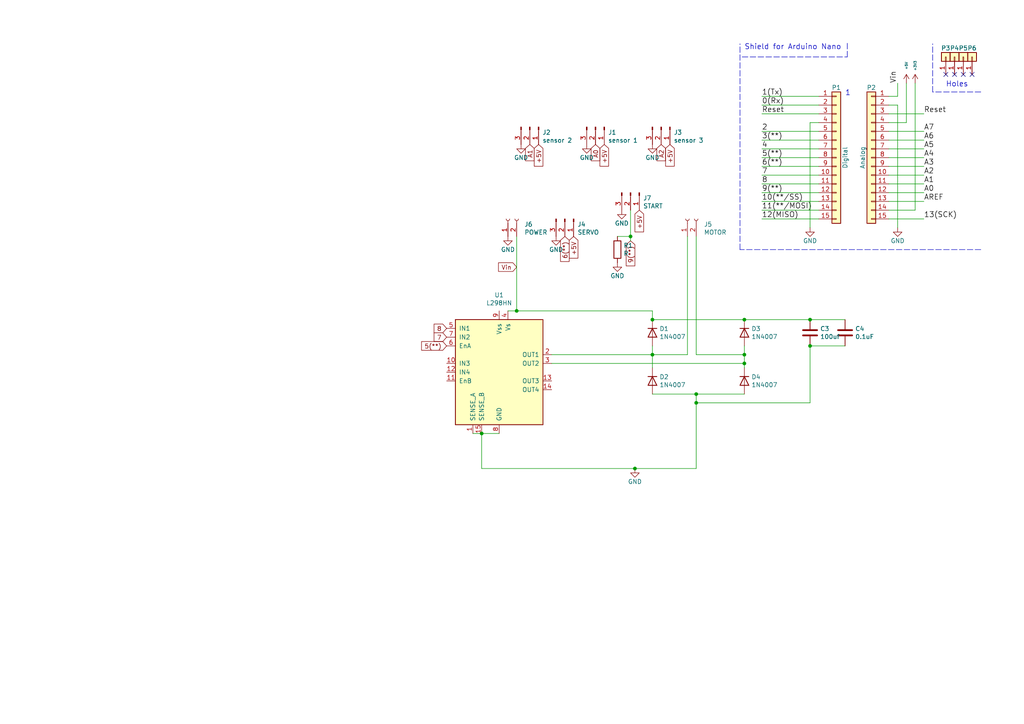
<source format=kicad_sch>
(kicad_sch (version 20211123) (generator eeschema)
  (paper "A4")
  (title_block (date "jeu. 02 avril 2015"))
  (lib_symbols
    (symbol "Connector:Conn_01x02_Female" (pin_names (offset 1.016) hide)
      (property "Reference" "J" (at 0 2.54 0))
      (property "Value" "Conn_01x02_Female" (at 0 -5.08 0))
      (symbol "Conn_01x02_Female_1_1"
        (arc (start 0 -2.032) (mid -0.508 -2.54) (end 0 -3.048) (stroke (width 0.1524)))
        (polyline (pts (xy -1.27 -2.54) (xy -0.508 -2.54)) (stroke (width 0.1524)))
        (polyline (pts (xy -1.27 0) (xy -0.508 0)) (stroke (width 0.1524)))
        (arc (start 0 0.508) (mid -0.508 0) (end 0 -0.508) (stroke (width 0.1524)))
        (pin passive line (at -5.08 0 0) (length 3.81) (name "Pin_1") (number "1"))
        (pin passive line (at -5.08 -2.54 0) (length 3.81) (name "Pin_2") (number "2"))
      )
    )
    (symbol "Connector:Conn_01x03_Male" (pin_names (offset 1.016) hide)
      (property "Reference" "J" (at 0 5.08 0))
      (property "Value" "Conn_01x03_Male" (at 0 -5.08 0))
      (symbol "Conn_01x03_Male_1_1"
        (polyline (pts (xy 1.27 -2.54) (xy 0.8636 -2.54)) (stroke (width 0.1524)))
        (polyline (pts (xy 1.27 0) (xy 0.8636 0)) (stroke (width 0.1524)))
        (polyline (pts (xy 1.27 2.54) (xy 0.8636 2.54)) (stroke (width 0.1524)))
        (rectangle (start 0.8636 -2.413) (end 0 -2.667) (stroke (width 0.1524)) (fill (type outline)))
        (rectangle (start 0.8636 0.127) (end 0 -0.127) (stroke (width 0.1524)) (fill (type outline)))
        (rectangle (start 0.8636 2.667) (end 0 2.413) (stroke (width 0.1524)) (fill (type outline)))
        (pin passive line (at 5.08 2.54 180) (length 3.81) (name "Pin_1") (number "1"))
        (pin passive line (at 5.08 0 180) (length 3.81) (name "Pin_2") (number "2"))
        (pin passive line (at 5.08 -2.54 180) (length 3.81) (name "Pin_3") (number "3"))
      )
    )
    (symbol "Connector_Generic:Conn_01x01" (pin_names (offset 1.016) hide)
      (property "Reference" "J" (at 0 2.54 0))
      (property "Value" "Conn_01x01" (at 0 -2.54 0))
      (symbol "Conn_01x01_1_1"
        (rectangle (start -1.27 0.127) (end 0 -0.127) (stroke (width 0.1524)))
        (rectangle (start -1.27 1.27) (end 1.27 -1.27) (stroke (width 0.254)) (fill (type background)))
        (pin passive line (at -5.08 0 0) (length 3.81) (name "Pin_1") (number "1"))
      )
    )
    (symbol "Connector_Generic:Conn_01x15" (pin_names (offset 1.016) hide)
      (property "Reference" "J" (at 0 20.32 0))
      (property "Value" "Conn_01x15" (at 0 -20.32 0))
      (symbol "Conn_01x15_1_1"
        (rectangle (start -1.27 -17.653) (end 0 -17.907) (stroke (width 0.1524)))
        (rectangle (start -1.27 -15.113) (end 0 -15.367) (stroke (width 0.1524)))
        (rectangle (start -1.27 -12.573) (end 0 -12.827) (stroke (width 0.1524)))
        (rectangle (start -1.27 -10.033) (end 0 -10.287) (stroke (width 0.1524)))
        (rectangle (start -1.27 -7.493) (end 0 -7.747) (stroke (width 0.1524)))
        (rectangle (start -1.27 -4.953) (end 0 -5.207) (stroke (width 0.1524)))
        (rectangle (start -1.27 -2.413) (end 0 -2.667) (stroke (width 0.1524)))
        (rectangle (start -1.27 0.127) (end 0 -0.127) (stroke (width 0.1524)))
        (rectangle (start -1.27 2.667) (end 0 2.413) (stroke (width 0.1524)))
        (rectangle (start -1.27 5.207) (end 0 4.953) (stroke (width 0.1524)))
        (rectangle (start -1.27 7.747) (end 0 7.493) (stroke (width 0.1524)))
        (rectangle (start -1.27 10.287) (end 0 10.033) (stroke (width 0.1524)))
        (rectangle (start -1.27 12.827) (end 0 12.573) (stroke (width 0.1524)))
        (rectangle (start -1.27 15.367) (end 0 15.113) (stroke (width 0.1524)))
        (rectangle (start -1.27 17.907) (end 0 17.653) (stroke (width 0.1524)))
        (rectangle (start -1.27 19.05) (end 1.27 -19.05) (stroke (width 0.254)) (fill (type background)))
        (pin passive line (at -5.08 17.78 0) (length 3.81) (name "Pin_1") (number "1"))
        (pin passive line (at -5.08 -5.08 0) (length 3.81) (name "Pin_10") (number "10"))
        (pin passive line (at -5.08 -7.62 0) (length 3.81) (name "Pin_11") (number "11"))
        (pin passive line (at -5.08 -10.16 0) (length 3.81) (name "Pin_12") (number "12"))
        (pin passive line (at -5.08 -12.7 0) (length 3.81) (name "Pin_13") (number "13"))
        (pin passive line (at -5.08 -15.24 0) (length 3.81) (name "Pin_14") (number "14"))
        (pin passive line (at -5.08 -17.78 0) (length 3.81) (name "Pin_15") (number "15"))
        (pin passive line (at -5.08 15.24 0) (length 3.81) (name "Pin_2") (number "2"))
        (pin passive line (at -5.08 12.7 0) (length 3.81) (name "Pin_3") (number "3"))
        (pin passive line (at -5.08 10.16 0) (length 3.81) (name "Pin_4") (number "4"))
        (pin passive line (at -5.08 7.62 0) (length 3.81) (name "Pin_5") (number "5"))
        (pin passive line (at -5.08 5.08 0) (length 3.81) (name "Pin_6") (number "6"))
        (pin passive line (at -5.08 2.54 0) (length 3.81) (name "Pin_7") (number "7"))
        (pin passive line (at -5.08 0 0) (length 3.81) (name "Pin_8") (number "8"))
        (pin passive line (at -5.08 -2.54 0) (length 3.81) (name "Pin_9") (number "9"))
      )
    )
    (symbol "Device:C" (pin_numbers hide) (pin_names (offset 0.254))
      (property "Reference" "C" (at 0.635 2.54 0))
      (property "Value" "C" (at 0.635 -2.54 0))
      (symbol "C_0_1"
        (polyline (pts (xy -2.032 -0.762) (xy 2.032 -0.762)) (stroke (width 0.508)))
        (polyline (pts (xy -2.032 0.762) (xy 2.032 0.762)) (stroke (width 0.508)))
      )
      (symbol "C_1_1"
        (pin passive line (at 0 3.81 270) (length 2.794) (name "~") (number "1"))
        (pin passive line (at 0 -3.81 90) (length 2.794) (name "~") (number "2"))
      )
    )
    (symbol "Device:R" (pin_numbers hide) (pin_names (offset 0))
      (property "Reference" "R" (at 2.032 0 90))
      (property "Value" "R" (at 0 0 90))
      (symbol "R_0_1"
        (rectangle (start -1.016 -2.54) (end 1.016 2.54) (stroke (width 0.254)))
      )
      (symbol "R_1_1"
        (pin passive line (at 0 3.81 270) (length 1.27) (name "~") (number "1"))
        (pin passive line (at 0 -3.81 90) (length 1.27) (name "~") (number "2"))
      )
    )
    (symbol "Diode:1N4007" (pin_numbers hide) (pin_names (offset 1.016) hide)
      (property "Reference" "D" (at 0 2.54 0))
      (property "Value" "1N4007" (at 0 -2.54 0))
      (symbol "1N4007_0_1"
        (polyline (pts (xy -1.27 1.27) (xy -1.27 -1.27)) (stroke (width 0.254)))
        (polyline (pts (xy 1.27 0) (xy -1.27 0)))
        (polyline (pts (xy 1.27 1.27) (xy 1.27 -1.27) (xy -1.27 0) (xy 1.27 1.27)) (stroke (width 0.254)))
      )
      (symbol "1N4007_1_1"
        (pin passive line (at -3.81 0 0) (length 2.54) (name "K") (number "1"))
        (pin passive line (at 3.81 0 180) (length 2.54) (name "A") (number "2"))
      )
    )
    (symbol "Driver_Motor:L298HN" (pin_names (offset 1.016))
      (property "Reference" "U" (at -10.16 16.51 0))
      (property "Value" "L298HN" (at 12.7 16.51 0))
      (symbol "L298HN_0_1"
        (rectangle (start -12.7 15.24) (end 12.7 -15.24) (stroke (width 0.254)) (fill (type background)))
      )
      (symbol "L298HN_1_1"
        (pin power_in line (at -7.62 -17.78 90) (length 2.54) (name "SENSE_A") (number "1"))
        (pin input line (at -15.24 2.54 0) (length 2.54) (name "IN3") (number "10"))
        (pin input line (at -15.24 -2.54 0) (length 2.54) (name "EnB") (number "11"))
        (pin input line (at -15.24 0 0) (length 2.54) (name "IN4") (number "12"))
        (pin output line (at 15.24 -2.54 180) (length 2.54) (name "OUT3") (number "13"))
        (pin output line (at 15.24 -5.08 180) (length 2.54) (name "OUT4") (number "14"))
        (pin power_in line (at -5.08 -17.78 90) (length 2.54) (name "SENSE_B") (number "15"))
        (pin output line (at 15.24 5.08 180) (length 2.54) (name "OUT1") (number "2"))
        (pin output line (at 15.24 2.54 180) (length 2.54) (name "OUT2") (number "3"))
        (pin power_in line (at 2.54 17.78 270) (length 2.54) (name "Vs") (number "4"))
        (pin input line (at -15.24 12.7 0) (length 2.54) (name "IN1") (number "5"))
        (pin input line (at -15.24 7.62 0) (length 2.54) (name "EnA") (number "6"))
        (pin input line (at -15.24 10.16 0) (length 2.54) (name "IN2") (number "7"))
        (pin power_in line (at 0 -17.78 90) (length 2.54) (name "GND") (number "8"))
        (pin power_in line (at 0 17.78 270) (length 2.54) (name "Vss") (number "9"))
      )
    )
    (symbol "power:+3V3" (power) (pin_names (offset 0))
      (property "Value" "+3V3" (at 0 3.556 0))
      (symbol "+3V3_0_1"
        (polyline (pts (xy -0.762 1.27) (xy 0 2.54)))
        (polyline (pts (xy 0 0) (xy 0 2.54)))
        (polyline (pts (xy 0 2.54) (xy 0.762 1.27)))
      )
      (symbol "+3V3_1_1"
        (pin power_in line (at 0 0 90) (length 0) hide (name "+3V3") (number "1"))
      )
    )
    (symbol "power:+5V" (power) (pin_names (offset 0))
      (property "Value" "+5V" (at 0 3.556 0))
      (symbol "+5V_0_1"
        (polyline (pts (xy -0.762 1.27) (xy 0 2.54)))
        (polyline (pts (xy 0 0) (xy 0 2.54)))
        (polyline (pts (xy 0 2.54) (xy 0.762 1.27)))
      )
      (symbol "+5V_1_1"
        (pin power_in line (at 0 0 90) (length 0) hide (name "+5V") (number "1"))
      )
    )
    (symbol "power:GND" (power) (pin_names (offset 0))
      (property "Value" "GND" (at 0 -3.81 0))
      (symbol "GND_0_1"
        (polyline (pts (xy 0 0) (xy 0 -1.27) (xy 1.27 -1.27) (xy 0 -2.54) (xy -1.27 -1.27) (xy 0 -1.27)))
      )
      (symbol "GND_1_1"
        (pin power_in line (at 0 0 270) (length 0) hide (name "GND") (number "1"))
      )
    )
  )
  (junction (at 215.9 102.87))
  (junction (at 215.9 92.71))
  (junction (at 139.7 125.73))
  (junction (at 234.95 92.71))
  (junction (at 189.23 92.71))
  (junction (at 182.88 68.58))
  (junction (at 215.9 105.41))
  (junction (at 184.15 135.89))
  (junction (at 189.23 102.87))
  (junction (at 149.86 90.17))
  (junction (at 201.93 114.3))
  (junction (at 234.95 100.33))
  (junction (at 201.93 116.84))
  (no_connect (at 276.86 21.59))
  (no_connect (at 279.4 21.59))
  (no_connect (at 274.32 21.59))
  (no_connect (at 281.94 21.59))
  (wire (pts (xy 220.98 48.26) (xy 237.49 48.26)))
  (wire (pts (xy 220.98 30.48) (xy 237.49 30.48)))
  (wire (pts (xy 237.49 35.56) (xy 234.95 35.56)))
  (wire (pts (xy 257.81 27.94) (xy 260.35 27.94)))
  (wire (pts (xy 267.97 55.88) (xy 257.81 55.88)))
  (wire (pts (xy 199.39 68.58) (xy 199.39 102.87)))
  (wire (pts (xy 237.49 45.72) (xy 220.98 45.72)))
  (wire (pts (xy 215.9 102.87) (xy 215.9 105.41)))
  (wire (pts (xy 257.81 53.34) (xy 267.97 53.34)))
  (wire (pts (xy 182.88 60.96) (xy 182.88 68.58)))
  (wire (pts (xy 237.49 27.94) (xy 220.98 27.94)))
  (wire (pts (xy 245.11 100.33) (xy 234.95 100.33)))
  (wire (pts (xy 215.9 92.71) (xy 234.95 92.71)))
  (wire (pts (xy 215.9 100.33) (xy 215.9 102.87)))
  (wire (pts (xy 260.35 27.94) (xy 260.35 24.13)))
  (polyline (pts (xy 270.51 26.67) (xy 270.51 12.7)))
  (wire (pts (xy 262.89 24.13) (xy 262.89 35.56)))
  (wire (pts (xy 234.95 92.71) (xy 245.11 92.71)))
  (wire (pts (xy 265.43 60.96) (xy 257.81 60.96)))
  (wire (pts (xy 234.95 35.56) (xy 234.95 66.04)))
  (wire (pts (xy 237.49 33.02) (xy 220.98 33.02)))
  (wire (pts (xy 215.9 92.71) (xy 189.23 92.71)))
  (wire (pts (xy 237.49 60.96) (xy 220.98 60.96)))
  (wire (pts (xy 189.23 100.33) (xy 189.23 102.87)))
  (wire (pts (xy 220.98 38.1) (xy 237.49 38.1)))
  (wire (pts (xy 260.35 30.48) (xy 257.81 30.48)))
  (wire (pts (xy 215.9 105.41) (xy 215.9 106.68)))
  (wire (pts (xy 182.88 68.58) (xy 182.88 69.85)))
  (polyline (pts (xy 245.745 16.51) (xy 245.745 12.065)))
  (wire (pts (xy 201.93 68.58) (xy 201.93 102.87)))
  (wire (pts (xy 189.23 106.68) (xy 189.23 102.87)))
  (wire (pts (xy 265.43 24.13) (xy 265.43 60.96)))
  (wire (pts (xy 139.7 125.73) (xy 144.78 125.73)))
  (polyline (pts (xy 215.265 16.51) (xy 245.745 16.51)))
  (wire (pts (xy 189.23 114.3) (xy 201.93 114.3)))
  (wire (pts (xy 184.15 135.89) (xy 139.7 135.89)))
  (polyline (pts (xy 284.48 26.67) (xy 270.51 26.67)))
  (wire (pts (xy 189.23 102.87) (xy 199.39 102.87)))
  (wire (pts (xy 220.98 53.34) (xy 237.49 53.34)))
  (wire (pts (xy 220.98 58.42) (xy 237.49 58.42)))
  (wire (pts (xy 179.07 68.58) (xy 182.88 68.58)))
  (wire (pts (xy 262.89 35.56) (xy 257.81 35.56)))
  (wire (pts (xy 160.02 105.41) (xy 215.9 105.41)))
  (wire (pts (xy 257.81 45.72) (xy 267.97 45.72)))
  (wire (pts (xy 220.98 63.5) (xy 237.49 63.5)))
  (wire (pts (xy 257.81 38.1) (xy 267.97 38.1)))
  (wire (pts (xy 201.93 116.84) (xy 201.93 135.89)))
  (wire (pts (xy 139.7 135.89) (xy 139.7 125.73)))
  (wire (pts (xy 237.49 55.88) (xy 220.98 55.88)))
  (wire (pts (xy 149.86 68.58) (xy 149.86 90.17)))
  (wire (pts (xy 260.35 66.04) (xy 260.35 30.48)))
  (wire (pts (xy 257.81 63.5) (xy 267.97 63.5)))
  (wire (pts (xy 267.97 48.26) (xy 257.81 48.26)))
  (wire (pts (xy 267.97 50.8) (xy 257.81 50.8)))
  (wire (pts (xy 201.93 116.84) (xy 201.93 114.3)))
  (wire (pts (xy 237.49 40.64) (xy 220.98 40.64)))
  (wire (pts (xy 201.93 114.3) (xy 215.9 114.3)))
  (wire (pts (xy 234.95 116.84) (xy 201.93 116.84)))
  (wire (pts (xy 189.23 90.17) (xy 189.23 92.71)))
  (wire (pts (xy 234.95 100.33) (xy 234.95 116.84)))
  (polyline (pts (xy 214.63 72.39) (xy 214.63 12.7)))
  (wire (pts (xy 267.97 58.42) (xy 257.81 58.42)))
  (wire (pts (xy 267.97 43.18) (xy 257.81 43.18)))
  (wire (pts (xy 267.97 33.02) (xy 257.81 33.02)))
  (polyline (pts (xy 284.48 72.39) (xy 214.63 72.39)))
  (wire (pts (xy 149.86 90.17) (xy 189.23 90.17)))
  (wire (pts (xy 215.9 102.87) (xy 201.93 102.87)))
  (wire (pts (xy 137.16 125.73) (xy 139.7 125.73)))
  (wire (pts (xy 267.97 40.64) (xy 257.81 40.64)))
  (wire (pts (xy 201.93 135.89) (xy 184.15 135.89)))
  (wire (pts (xy 237.49 50.8) (xy 220.98 50.8)))
  (wire (pts (xy 147.32 90.17) (xy 149.86 90.17)))
  (wire (pts (xy 220.98 43.18) (xy 237.49 43.18)))
  (wire (pts (xy 160.02 102.87) (xy 189.23 102.87)))
  (text "Holes" (at 274.32 25.4 0) (effects (font (size 1.524 1.524)) (justify left bottom)))
  (text "1" (at 245.11 27.94 0) (effects (font (size 1.524 1.524)) (justify left bottom)))
  (text "Shield for Arduino Nano" (at 215.9 14.605 0) (effects (font (size 1.524 1.524)) (justify left bottom)))
  (label "Reset" (at 267.97 33.02 0) (effects (font (size 1.524 1.524))))
  (label "6(**)" (at 220.98 48.26 0) (effects (font (size 1.524 1.524))))
  (label "10(**/SS)" (at 220.98 58.42 0) (effects (font (size 1.524 1.524))))
  (label "8" (at 220.98 53.34 0) (effects (font (size 1.524 1.524))))
  (label "4" (at 220.98 43.18 0) (effects (font (size 1.524 1.524))))
  (label "3(**)" (at 220.98 40.64 0) (effects (font (size 1.524 1.524))))
  (label "11(**/MOSI)" (at 220.98 60.96 0) (effects (font (size 1.524 1.524))))
  (label "13(SCK)" (at 267.97 63.5 0) (effects (font (size 1.524 1.524))))
  (label "A4" (at 267.97 45.72 0) (effects (font (size 1.524 1.524))))
  (label "A6" (at 267.97 40.64 0) (effects (font (size 1.524 1.524))))
  (label "A5" (at 267.97 43.18 0) (effects (font (size 1.524 1.524))))
  (label "AREF" (at 267.97 58.42 0) (effects (font (size 1.524 1.524))))
  (label "9(**)" (at 220.98 55.88 0) (effects (font (size 1.524 1.524))))
  (label "Reset" (at 220.98 33.02 0) (effects (font (size 1.524 1.524))))
  (label "2" (at 220.98 38.1 0) (effects (font (size 1.524 1.524))))
  (label "A0" (at 267.97 55.88 0) (effects (font (size 1.524 1.524))))
  (label "A1" (at 267.97 53.34 0) (effects (font (size 1.524 1.524))))
  (label "12(MISO)" (at 220.98 63.5 0) (effects (font (size 1.524 1.524))))
  (label "A7" (at 267.97 38.1 0) (effects (font (size 1.524 1.524))))
  (label "0(Rx)" (at 220.98 30.48 0) (effects (font (size 1.524 1.524))))
  (label "A2" (at 267.97 50.8 0) (effects (font (size 1.524 1.524))))
  (label "5(**)" (at 220.98 45.72 0) (effects (font (size 1.524 1.524))))
  (label "7" (at 220.98 50.8 0) (effects (font (size 1.524 1.524))))
  (label "1(Tx)" (at 220.98 27.94 0) (effects (font (size 1.524 1.524))))
  (label "A3" (at 267.97 48.26 0) (effects (font (size 1.524 1.524))))
  (label "Vin" (at 260.35 24.13 90) (effects (font (size 1.524 1.524))))
  (global_label "A0" (shape input) (at 172.72 41.91 270) (property "Intersheet References" "${INTERSHEET_REFS}" (effects hide)))
  (global_label "+5V" (shape input) (at 175.26 41.91 270) (property "Intersheet References" "${INTERSHEET_REFS}" (effects hide)))
  (global_label "A1" (shape input) (at 153.67 41.91 270) (property "Intersheet References" "${INTERSHEET_REFS}" (effects hide)))
  (global_label "+5V" (shape input) (at 185.42 60.96 270) (property "Intersheet References" "${INTERSHEET_REFS}" (effects hide)))
  (global_label "A2" (shape input) (at 191.77 41.91 270) (property "Intersheet References" "${INTERSHEET_REFS}" (effects hide)))
  (global_label "6(**)" (shape input) (at 163.83 68.58 270) (property "Intersheet References" "${INTERSHEET_REFS}" (effects hide)))
  (global_label "7" (shape input) (at 129.54 97.79 180) (property "Intersheet References" "${INTERSHEET_REFS}" (effects hide)))
  (global_label "Vin" (shape input) (at 149.86 77.47 180) (property "Intersheet References" "${INTERSHEET_REFS}" (effects hide)))
  (global_label "+5V" (shape input) (at 166.37 68.58 270) (property "Intersheet References" "${INTERSHEET_REFS}" (effects hide)))
  (global_label "5(**)" (shape input) (at 129.54 100.33 180) (property "Intersheet References" "${INTERSHEET_REFS}" (effects hide)))
  (global_label "8" (shape input) (at 129.54 95.25 180) (property "Intersheet References" "${INTERSHEET_REFS}" (effects hide)))
  (global_label "9(**)" (shape input) (at 182.88 69.85 270) (property "Intersheet References" "${INTERSHEET_REFS}" (effects hide)))
  (global_label "+5V" (shape input) (at 156.21 41.91 270) (property "Intersheet References" "${INTERSHEET_REFS}" (effects hide)))
  (global_label "+5V" (shape input) (at 194.31 41.91 270) (property "Intersheet References" "${INTERSHEET_REFS}" (effects hide)))
  (symbol (lib_id "Connector_Generic:Conn_01x01") (at 274.32 16.51 90) (unit 1)
    (property "Reference" "P3" (at 274.32 13.97 90))
    (property "Value" "CONN_01X01" (effects hide))
    (property "Footprint" "Socket_Arduino_Nano:1pin_Nano" (effects hide))
  )
  (symbol (lib_id "Connector_Generic:Conn_01x01") (at 276.86 16.51 90) (unit 1)
    (property "Reference" "P4" (at 276.86 13.97 90))
    (property "Value" "CONN_01X01" (effects hide))
    (property "Footprint" "Socket_Arduino_Nano:1pin_Nano" (effects hide))
  )
  (symbol (lib_id "Connector_Generic:Conn_01x01") (at 279.4 16.51 90) (unit 1)
    (property "Reference" "P5" (at 279.4 13.97 90))
    (property "Value" "CONN_01X01" (effects hide))
    (property "Footprint" "Socket_Arduino_Nano:1pin_Nano" (effects hide))
  )
  (symbol (lib_id "Connector_Generic:Conn_01x01") (at 281.94 16.51 90) (unit 1)
    (property "Reference" "P6" (at 281.94 13.97 90))
    (property "Value" "CONN_01X01" (effects hide))
    (property "Footprint" "Socket_Arduino_Nano:1pin_Nano" (effects hide))
  )
  (symbol (lib_id "Connector_Generic:Conn_01x15") (at 242.57 45.72 0) (unit 1)
    (property "Reference" "P1" (at 242.57 25.4 0))
    (property "Value" "Digital" (at 245.11 45.72 90))
    (property "Footprint" "Socket_Arduino_Nano:Socket_Strip_Arduino_1x15" (effects hide))
  )
  (symbol (lib_id "Connector_Generic:Conn_01x15") (at 252.73 45.72 0) (mirror y) (unit 1)
    (property "Reference" "P2" (at 252.73 25.4 0))
    (property "Value" "Analog" (at 250.19 45.72 90))
    (property "Footprint" "Socket_Arduino_Nano:Socket_Strip_Arduino_1x15" (effects hide))
  )
  (symbol (lib_id "power:GND") (at 234.95 66.04 0) (unit 1)
    (property "Reference" "#PWR01" (effects hide))
    (property "Value" "GND" (at 234.95 69.85 0))
  )
  (symbol (lib_id "power:GND") (at 260.35 66.04 0) (unit 1)
    (property "Reference" "#PWR02" (effects hide))
    (property "Value" "GND" (at 260.35 69.85 0))
  )
  (symbol (lib_id "power:+5V") (at 262.89 24.13 0) (unit 1)
    (property "Reference" "#PWR03" (effects hide))
    (property "Value" "+5V" (at 262.89 19.05 90) (effects (font (size 0.7112 0.7112))))
  )
  (symbol (lib_id "power:+3V3") (at 265.43 24.13 0) (unit 1)
    (property "Reference" "#PWR04" (effects hide))
    (property "Value" "+3.3V" (at 265.43 19.05 90) (effects (font (size 0.7112 0.7112))))
  )
  (symbol (lib_id "Driver_Motor:L298HN") (at 144.78 107.95 0) (unit 1)
    (property "Reference" "U1" (at 144.78 85.5726 0))
    (property "Value" "L298HN" (at 144.78 87.884 0))
    (property "Footprint" "Package_TO_SOT_THT:TO-220-15_P2.54x2.54mm_StaggerOdd_Lead4.58mm_Vertical" (effects hide))
    (property "Datasheet" "http://www.st.com/st-web-ui/static/active/en/resource/technical/document/datasheet/CD00000240.pdf" (effects hide))
  )
  (symbol (lib_id "Connector:Conn_01x03_Male") (at 172.72 36.83 270) (unit 1)
    (property "Reference" "J1" (at 176.3776 38.4048 90) (effects (justify left)))
    (property "Value" "sensor 1" (at 176.3776 40.7162 90) (effects (justify left)))
    (property "Footprint" "Connector_JST:JST_XH_B3B-XH-A_1x03_P2.50mm_Vertical" (effects hide))
  )
  (symbol (lib_id "Connector:Conn_01x03_Male") (at 153.67 36.83 270) (unit 1)
    (property "Reference" "J2" (at 157.3276 38.4048 90) (effects (justify left)))
    (property "Value" "sensor 2" (at 157.3276 40.7162 90) (effects (justify left)))
    (property "Footprint" "Connector_JST:JST_XH_B3B-XH-A_1x03_P2.50mm_Vertical" (effects hide))
  )
  (symbol (lib_id "Connector:Conn_01x03_Male") (at 191.77 36.83 270) (unit 1)
    (property "Reference" "J3" (at 195.4276 38.4048 90) (effects (justify left)))
    (property "Value" "sensor 3" (at 195.4276 40.7162 90) (effects (justify left)))
    (property "Footprint" "Connector_JST:JST_XH_B3B-XH-A_1x03_P2.50mm_Vertical" (effects hide))
  )
  (symbol (lib_id "Connector:Conn_01x02_Female") (at 199.39 63.5 90) (unit 1)
    (property "Reference" "J5" (at 204.1652 65.0748 90) (effects (justify right)))
    (property "Value" "MOTOR" (at 204.1652 67.3862 90) (effects (justify right)))
    (property "Footprint" "Connector_Wago:Wago_734-132_1x02_P3.50mm_Vertical" (effects hide))
  )
  (symbol (lib_id "Connector:Conn_01x03_Male") (at 163.83 63.5 270) (unit 1)
    (property "Reference" "J4" (at 167.4876 65.0748 90) (effects (justify left)))
    (property "Value" "SERVO" (at 167.4876 67.3862 90) (effects (justify left)))
    (property "Footprint" "Connector_JST:JST_XH_B3B-XH-A_1x03_P2.50mm_Vertical" (effects hide))
  )
  (symbol (lib_id "power:GND") (at 189.23 41.91 0) (unit 1)
    (property "Reference" "#PWR0101" (effects hide))
    (property "Value" "GND" (at 189.23 45.72 0))
  )
  (symbol (lib_id "Connector:Conn_01x03_Male") (at 182.88 55.88 270) (unit 1)
    (property "Reference" "J7" (at 186.5376 57.4548 90) (effects (justify left)))
    (property "Value" "START" (at 186.5376 59.7662 90) (effects (justify left)))
    (property "Footprint" "Connector_JST:JST_XH_B3B-XH-A_1x03_P2.50mm_Vertical" (effects hide))
  )
  (symbol (lib_id "power:GND") (at 180.34 60.96 0) (unit 1)
    (property "Reference" "#PWR0110" (effects hide))
    (property "Value" "GND" (at 180.34 64.77 0))
  )
  (symbol (lib_id "power:GND") (at 151.13 41.91 0) (unit 1)
    (property "Reference" "#PWR0102" (effects hide))
    (property "Value" "GND" (at 151.13 45.72 0))
  )
  (symbol (lib_id "power:GND") (at 170.18 41.91 0) (unit 1)
    (property "Reference" "#PWR0103" (effects hide))
    (property "Value" "GND" (at 170.18 45.72 0))
  )
  (symbol (lib_id "power:GND") (at 161.29 68.58 0) (unit 1)
    (property "Reference" "#PWR0104" (effects hide))
    (property "Value" "GND" (at 161.29 72.39 0))
  )
  (symbol (lib_id "power:GND") (at 184.15 135.89 0) (unit 1)
    (property "Reference" "#PWR0105" (effects hide))
    (property "Value" "GND" (at 184.15 139.7 0))
  )
  (symbol (lib_id "Diode:1N4007") (at 189.23 96.52 270) (unit 1)
    (property "Reference" "D1" (at 191.262 95.3516 90) (effects (justify left)))
    (property "Value" "1N4007" (at 191.262 97.663 90) (effects (justify left)))
    (property "Footprint" "Diode_THT:D_DO-41_SOD81_P10.16mm_Horizontal" (effects hide))
    (property "Datasheet" "http://www.vishay.com/docs/88503/1n4001.pdf" (effects hide))
  )
  (symbol (lib_id "Diode:1N4007") (at 215.9 96.52 270) (unit 1)
    (property "Reference" "D3" (at 217.932 95.3516 90) (effects (justify left)))
    (property "Value" "1N4007" (at 217.932 97.663 90) (effects (justify left)))
    (property "Footprint" "Diode_THT:D_DO-41_SOD81_P10.16mm_Horizontal" (effects hide))
    (property "Datasheet" "http://www.vishay.com/docs/88503/1n4001.pdf" (effects hide))
  )
  (symbol (lib_id "Diode:1N4007") (at 215.9 110.49 270) (unit 1)
    (property "Reference" "D4" (at 217.932 109.3216 90) (effects (justify left)))
    (property "Value" "1N4007" (at 217.932 111.633 90) (effects (justify left)))
    (property "Footprint" "Diode_THT:D_DO-41_SOD81_P10.16mm_Horizontal" (effects hide))
    (property "Datasheet" "http://www.vishay.com/docs/88503/1n4001.pdf" (effects hide))
  )
  (symbol (lib_id "Diode:1N4007") (at 189.23 110.49 270) (unit 1)
    (property "Reference" "D2" (at 191.262 109.3216 90) (effects (justify left)))
    (property "Value" "1N4007" (at 191.262 111.633 90) (effects (justify left)))
    (property "Footprint" "Diode_THT:D_DO-41_SOD81_P10.16mm_Horizontal" (effects hide))
    (property "Datasheet" "http://www.vishay.com/docs/88503/1n4001.pdf" (effects hide))
  )
  (symbol (lib_id "Connector:Conn_01x02_Female") (at 147.32 63.5 90) (unit 1)
    (property "Reference" "J6" (at 152.0952 65.0748 90) (effects (justify right)))
    (property "Value" "POWER" (at 152.0952 67.3862 90) (effects (justify right)))
    (property "Footprint" "Connector_Wago:Wago_734-132_1x02_P3.50mm_Vertical" (effects hide))
  )
  (symbol (lib_id "Device:R") (at 179.07 72.39 0) (unit 1)
    (property "Reference" "R1" (at 180.848 71.2216 0) (effects (justify left)))
    (property "Value" "R" (at 180.848 73.533 0) (effects (justify left)))
    (property "Footprint" "Resistor_THT:R_Axial_DIN0207_L6.3mm_D2.5mm_P10.16mm_Horizontal" (effects hide))
  )
  (symbol (lib_id "power:GND") (at 179.07 76.2 0) (unit 1)
    (property "Reference" "#PWR0106" (effects hide))
    (property "Value" "GND" (at 179.07 80.01 0))
  )
  (symbol (lib_id "Device:C") (at 245.11 96.52 0) (unit 1)
    (property "Reference" "C4" (at 248.031 95.3516 0) (effects (justify left)))
    (property "Value" "0.1uF" (at 248.031 97.663 0) (effects (justify left)))
    (property "Footprint" "Capacitor_THT:CP_Radial_D6.3mm_P2.50mm" (effects hide))
  )
  (symbol (lib_id "Device:C") (at 234.95 96.52 0) (unit 1)
    (property "Reference" "C3" (at 237.871 95.3516 0) (effects (justify left)))
    (property "Value" "100uf" (at 237.871 97.663 0) (effects (justify left)))
    (property "Footprint" "Capacitor_THT:CP_Radial_D6.3mm_P2.50mm" (effects hide))
  )
  (symbol (lib_id "power:GND") (at 147.32 68.58 0) (unit 1)
    (property "Reference" "#PWR0108" (effects hide))
    (property "Value" "GND" (at 147.32 72.39 0))
  )
)
</source>
